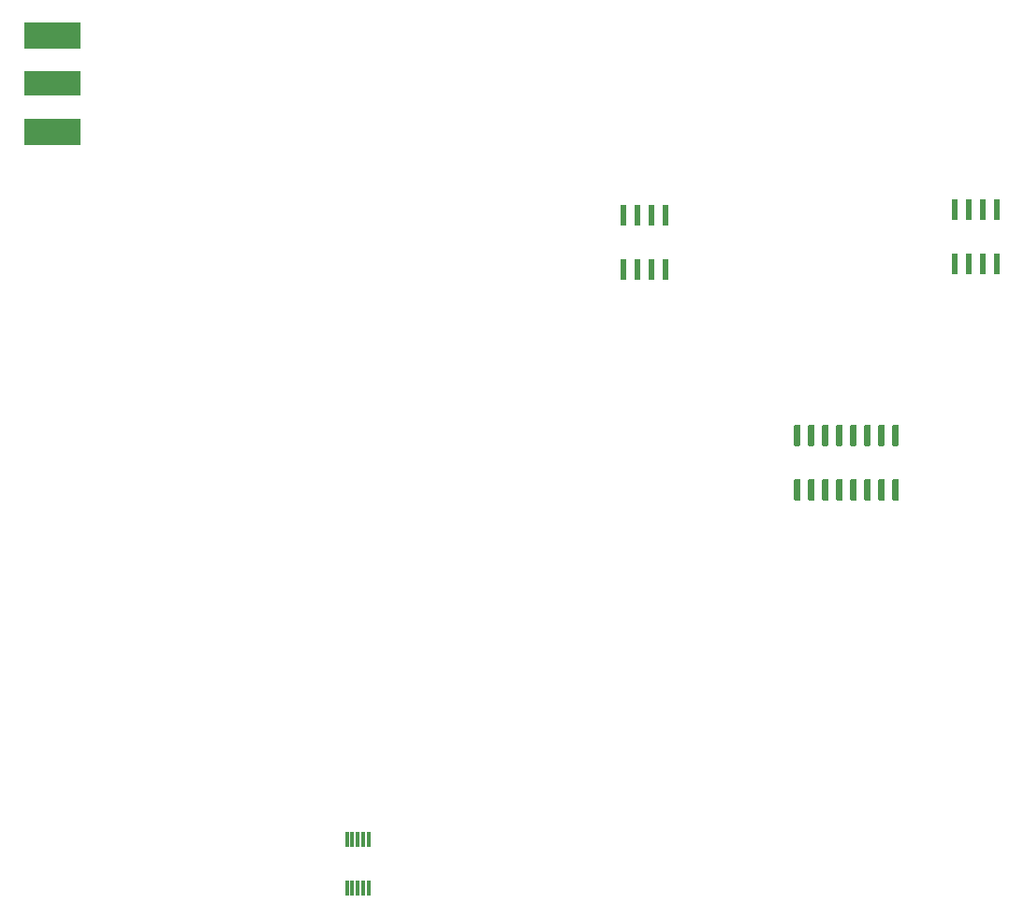
<source format=gbr>
G04 #@! TF.GenerationSoftware,KiCad,Pcbnew,(5.1.5)-3*
G04 #@! TF.CreationDate,2020-04-26T18:25:33-04:00*
G04 #@! TF.ProjectId,Froelich_Reciever,46726f65-6c69-4636-985f-526563696576,rev?*
G04 #@! TF.SameCoordinates,Original*
G04 #@! TF.FileFunction,Paste,Top*
G04 #@! TF.FilePolarity,Positive*
%FSLAX46Y46*%
G04 Gerber Fmt 4.6, Leading zero omitted, Abs format (unit mm)*
G04 Created by KiCad (PCBNEW (5.1.5)-3) date 2020-04-26 18:25:33*
%MOMM*%
%LPD*%
G04 APERTURE LIST*
%ADD10C,0.100000*%
%ADD11R,0.570000X1.970000*%
%ADD12R,5.080000X2.290000*%
%ADD13R,5.080000X2.420000*%
%ADD14R,0.300000X1.400000*%
G04 APERTURE END LIST*
D10*
G36*
X105447703Y-104878722D02*
G01*
X105462264Y-104880882D01*
X105476543Y-104884459D01*
X105490403Y-104889418D01*
X105503710Y-104895712D01*
X105516336Y-104903280D01*
X105528159Y-104912048D01*
X105539066Y-104921934D01*
X105548952Y-104932841D01*
X105557720Y-104944664D01*
X105565288Y-104957290D01*
X105571582Y-104970597D01*
X105576541Y-104984457D01*
X105580118Y-104998736D01*
X105582278Y-105013297D01*
X105583000Y-105028000D01*
X105583000Y-106678000D01*
X105582278Y-106692703D01*
X105580118Y-106707264D01*
X105576541Y-106721543D01*
X105571582Y-106735403D01*
X105565288Y-106748710D01*
X105557720Y-106761336D01*
X105548952Y-106773159D01*
X105539066Y-106784066D01*
X105528159Y-106793952D01*
X105516336Y-106802720D01*
X105503710Y-106810288D01*
X105490403Y-106816582D01*
X105476543Y-106821541D01*
X105462264Y-106825118D01*
X105447703Y-106827278D01*
X105433000Y-106828000D01*
X105133000Y-106828000D01*
X105118297Y-106827278D01*
X105103736Y-106825118D01*
X105089457Y-106821541D01*
X105075597Y-106816582D01*
X105062290Y-106810288D01*
X105049664Y-106802720D01*
X105037841Y-106793952D01*
X105026934Y-106784066D01*
X105017048Y-106773159D01*
X105008280Y-106761336D01*
X105000712Y-106748710D01*
X104994418Y-106735403D01*
X104989459Y-106721543D01*
X104985882Y-106707264D01*
X104983722Y-106692703D01*
X104983000Y-106678000D01*
X104983000Y-105028000D01*
X104983722Y-105013297D01*
X104985882Y-104998736D01*
X104989459Y-104984457D01*
X104994418Y-104970597D01*
X105000712Y-104957290D01*
X105008280Y-104944664D01*
X105017048Y-104932841D01*
X105026934Y-104921934D01*
X105037841Y-104912048D01*
X105049664Y-104903280D01*
X105062290Y-104895712D01*
X105075597Y-104889418D01*
X105089457Y-104884459D01*
X105103736Y-104880882D01*
X105118297Y-104878722D01*
X105133000Y-104878000D01*
X105433000Y-104878000D01*
X105447703Y-104878722D01*
G37*
G36*
X106717703Y-104878722D02*
G01*
X106732264Y-104880882D01*
X106746543Y-104884459D01*
X106760403Y-104889418D01*
X106773710Y-104895712D01*
X106786336Y-104903280D01*
X106798159Y-104912048D01*
X106809066Y-104921934D01*
X106818952Y-104932841D01*
X106827720Y-104944664D01*
X106835288Y-104957290D01*
X106841582Y-104970597D01*
X106846541Y-104984457D01*
X106850118Y-104998736D01*
X106852278Y-105013297D01*
X106853000Y-105028000D01*
X106853000Y-106678000D01*
X106852278Y-106692703D01*
X106850118Y-106707264D01*
X106846541Y-106721543D01*
X106841582Y-106735403D01*
X106835288Y-106748710D01*
X106827720Y-106761336D01*
X106818952Y-106773159D01*
X106809066Y-106784066D01*
X106798159Y-106793952D01*
X106786336Y-106802720D01*
X106773710Y-106810288D01*
X106760403Y-106816582D01*
X106746543Y-106821541D01*
X106732264Y-106825118D01*
X106717703Y-106827278D01*
X106703000Y-106828000D01*
X106403000Y-106828000D01*
X106388297Y-106827278D01*
X106373736Y-106825118D01*
X106359457Y-106821541D01*
X106345597Y-106816582D01*
X106332290Y-106810288D01*
X106319664Y-106802720D01*
X106307841Y-106793952D01*
X106296934Y-106784066D01*
X106287048Y-106773159D01*
X106278280Y-106761336D01*
X106270712Y-106748710D01*
X106264418Y-106735403D01*
X106259459Y-106721543D01*
X106255882Y-106707264D01*
X106253722Y-106692703D01*
X106253000Y-106678000D01*
X106253000Y-105028000D01*
X106253722Y-105013297D01*
X106255882Y-104998736D01*
X106259459Y-104984457D01*
X106264418Y-104970597D01*
X106270712Y-104957290D01*
X106278280Y-104944664D01*
X106287048Y-104932841D01*
X106296934Y-104921934D01*
X106307841Y-104912048D01*
X106319664Y-104903280D01*
X106332290Y-104895712D01*
X106345597Y-104889418D01*
X106359457Y-104884459D01*
X106373736Y-104880882D01*
X106388297Y-104878722D01*
X106403000Y-104878000D01*
X106703000Y-104878000D01*
X106717703Y-104878722D01*
G37*
G36*
X107987703Y-104878722D02*
G01*
X108002264Y-104880882D01*
X108016543Y-104884459D01*
X108030403Y-104889418D01*
X108043710Y-104895712D01*
X108056336Y-104903280D01*
X108068159Y-104912048D01*
X108079066Y-104921934D01*
X108088952Y-104932841D01*
X108097720Y-104944664D01*
X108105288Y-104957290D01*
X108111582Y-104970597D01*
X108116541Y-104984457D01*
X108120118Y-104998736D01*
X108122278Y-105013297D01*
X108123000Y-105028000D01*
X108123000Y-106678000D01*
X108122278Y-106692703D01*
X108120118Y-106707264D01*
X108116541Y-106721543D01*
X108111582Y-106735403D01*
X108105288Y-106748710D01*
X108097720Y-106761336D01*
X108088952Y-106773159D01*
X108079066Y-106784066D01*
X108068159Y-106793952D01*
X108056336Y-106802720D01*
X108043710Y-106810288D01*
X108030403Y-106816582D01*
X108016543Y-106821541D01*
X108002264Y-106825118D01*
X107987703Y-106827278D01*
X107973000Y-106828000D01*
X107673000Y-106828000D01*
X107658297Y-106827278D01*
X107643736Y-106825118D01*
X107629457Y-106821541D01*
X107615597Y-106816582D01*
X107602290Y-106810288D01*
X107589664Y-106802720D01*
X107577841Y-106793952D01*
X107566934Y-106784066D01*
X107557048Y-106773159D01*
X107548280Y-106761336D01*
X107540712Y-106748710D01*
X107534418Y-106735403D01*
X107529459Y-106721543D01*
X107525882Y-106707264D01*
X107523722Y-106692703D01*
X107523000Y-106678000D01*
X107523000Y-105028000D01*
X107523722Y-105013297D01*
X107525882Y-104998736D01*
X107529459Y-104984457D01*
X107534418Y-104970597D01*
X107540712Y-104957290D01*
X107548280Y-104944664D01*
X107557048Y-104932841D01*
X107566934Y-104921934D01*
X107577841Y-104912048D01*
X107589664Y-104903280D01*
X107602290Y-104895712D01*
X107615597Y-104889418D01*
X107629457Y-104884459D01*
X107643736Y-104880882D01*
X107658297Y-104878722D01*
X107673000Y-104878000D01*
X107973000Y-104878000D01*
X107987703Y-104878722D01*
G37*
G36*
X109257703Y-104878722D02*
G01*
X109272264Y-104880882D01*
X109286543Y-104884459D01*
X109300403Y-104889418D01*
X109313710Y-104895712D01*
X109326336Y-104903280D01*
X109338159Y-104912048D01*
X109349066Y-104921934D01*
X109358952Y-104932841D01*
X109367720Y-104944664D01*
X109375288Y-104957290D01*
X109381582Y-104970597D01*
X109386541Y-104984457D01*
X109390118Y-104998736D01*
X109392278Y-105013297D01*
X109393000Y-105028000D01*
X109393000Y-106678000D01*
X109392278Y-106692703D01*
X109390118Y-106707264D01*
X109386541Y-106721543D01*
X109381582Y-106735403D01*
X109375288Y-106748710D01*
X109367720Y-106761336D01*
X109358952Y-106773159D01*
X109349066Y-106784066D01*
X109338159Y-106793952D01*
X109326336Y-106802720D01*
X109313710Y-106810288D01*
X109300403Y-106816582D01*
X109286543Y-106821541D01*
X109272264Y-106825118D01*
X109257703Y-106827278D01*
X109243000Y-106828000D01*
X108943000Y-106828000D01*
X108928297Y-106827278D01*
X108913736Y-106825118D01*
X108899457Y-106821541D01*
X108885597Y-106816582D01*
X108872290Y-106810288D01*
X108859664Y-106802720D01*
X108847841Y-106793952D01*
X108836934Y-106784066D01*
X108827048Y-106773159D01*
X108818280Y-106761336D01*
X108810712Y-106748710D01*
X108804418Y-106735403D01*
X108799459Y-106721543D01*
X108795882Y-106707264D01*
X108793722Y-106692703D01*
X108793000Y-106678000D01*
X108793000Y-105028000D01*
X108793722Y-105013297D01*
X108795882Y-104998736D01*
X108799459Y-104984457D01*
X108804418Y-104970597D01*
X108810712Y-104957290D01*
X108818280Y-104944664D01*
X108827048Y-104932841D01*
X108836934Y-104921934D01*
X108847841Y-104912048D01*
X108859664Y-104903280D01*
X108872290Y-104895712D01*
X108885597Y-104889418D01*
X108899457Y-104884459D01*
X108913736Y-104880882D01*
X108928297Y-104878722D01*
X108943000Y-104878000D01*
X109243000Y-104878000D01*
X109257703Y-104878722D01*
G37*
G36*
X110527703Y-104878722D02*
G01*
X110542264Y-104880882D01*
X110556543Y-104884459D01*
X110570403Y-104889418D01*
X110583710Y-104895712D01*
X110596336Y-104903280D01*
X110608159Y-104912048D01*
X110619066Y-104921934D01*
X110628952Y-104932841D01*
X110637720Y-104944664D01*
X110645288Y-104957290D01*
X110651582Y-104970597D01*
X110656541Y-104984457D01*
X110660118Y-104998736D01*
X110662278Y-105013297D01*
X110663000Y-105028000D01*
X110663000Y-106678000D01*
X110662278Y-106692703D01*
X110660118Y-106707264D01*
X110656541Y-106721543D01*
X110651582Y-106735403D01*
X110645288Y-106748710D01*
X110637720Y-106761336D01*
X110628952Y-106773159D01*
X110619066Y-106784066D01*
X110608159Y-106793952D01*
X110596336Y-106802720D01*
X110583710Y-106810288D01*
X110570403Y-106816582D01*
X110556543Y-106821541D01*
X110542264Y-106825118D01*
X110527703Y-106827278D01*
X110513000Y-106828000D01*
X110213000Y-106828000D01*
X110198297Y-106827278D01*
X110183736Y-106825118D01*
X110169457Y-106821541D01*
X110155597Y-106816582D01*
X110142290Y-106810288D01*
X110129664Y-106802720D01*
X110117841Y-106793952D01*
X110106934Y-106784066D01*
X110097048Y-106773159D01*
X110088280Y-106761336D01*
X110080712Y-106748710D01*
X110074418Y-106735403D01*
X110069459Y-106721543D01*
X110065882Y-106707264D01*
X110063722Y-106692703D01*
X110063000Y-106678000D01*
X110063000Y-105028000D01*
X110063722Y-105013297D01*
X110065882Y-104998736D01*
X110069459Y-104984457D01*
X110074418Y-104970597D01*
X110080712Y-104957290D01*
X110088280Y-104944664D01*
X110097048Y-104932841D01*
X110106934Y-104921934D01*
X110117841Y-104912048D01*
X110129664Y-104903280D01*
X110142290Y-104895712D01*
X110155597Y-104889418D01*
X110169457Y-104884459D01*
X110183736Y-104880882D01*
X110198297Y-104878722D01*
X110213000Y-104878000D01*
X110513000Y-104878000D01*
X110527703Y-104878722D01*
G37*
G36*
X111797703Y-104878722D02*
G01*
X111812264Y-104880882D01*
X111826543Y-104884459D01*
X111840403Y-104889418D01*
X111853710Y-104895712D01*
X111866336Y-104903280D01*
X111878159Y-104912048D01*
X111889066Y-104921934D01*
X111898952Y-104932841D01*
X111907720Y-104944664D01*
X111915288Y-104957290D01*
X111921582Y-104970597D01*
X111926541Y-104984457D01*
X111930118Y-104998736D01*
X111932278Y-105013297D01*
X111933000Y-105028000D01*
X111933000Y-106678000D01*
X111932278Y-106692703D01*
X111930118Y-106707264D01*
X111926541Y-106721543D01*
X111921582Y-106735403D01*
X111915288Y-106748710D01*
X111907720Y-106761336D01*
X111898952Y-106773159D01*
X111889066Y-106784066D01*
X111878159Y-106793952D01*
X111866336Y-106802720D01*
X111853710Y-106810288D01*
X111840403Y-106816582D01*
X111826543Y-106821541D01*
X111812264Y-106825118D01*
X111797703Y-106827278D01*
X111783000Y-106828000D01*
X111483000Y-106828000D01*
X111468297Y-106827278D01*
X111453736Y-106825118D01*
X111439457Y-106821541D01*
X111425597Y-106816582D01*
X111412290Y-106810288D01*
X111399664Y-106802720D01*
X111387841Y-106793952D01*
X111376934Y-106784066D01*
X111367048Y-106773159D01*
X111358280Y-106761336D01*
X111350712Y-106748710D01*
X111344418Y-106735403D01*
X111339459Y-106721543D01*
X111335882Y-106707264D01*
X111333722Y-106692703D01*
X111333000Y-106678000D01*
X111333000Y-105028000D01*
X111333722Y-105013297D01*
X111335882Y-104998736D01*
X111339459Y-104984457D01*
X111344418Y-104970597D01*
X111350712Y-104957290D01*
X111358280Y-104944664D01*
X111367048Y-104932841D01*
X111376934Y-104921934D01*
X111387841Y-104912048D01*
X111399664Y-104903280D01*
X111412290Y-104895712D01*
X111425597Y-104889418D01*
X111439457Y-104884459D01*
X111453736Y-104880882D01*
X111468297Y-104878722D01*
X111483000Y-104878000D01*
X111783000Y-104878000D01*
X111797703Y-104878722D01*
G37*
G36*
X113067703Y-104878722D02*
G01*
X113082264Y-104880882D01*
X113096543Y-104884459D01*
X113110403Y-104889418D01*
X113123710Y-104895712D01*
X113136336Y-104903280D01*
X113148159Y-104912048D01*
X113159066Y-104921934D01*
X113168952Y-104932841D01*
X113177720Y-104944664D01*
X113185288Y-104957290D01*
X113191582Y-104970597D01*
X113196541Y-104984457D01*
X113200118Y-104998736D01*
X113202278Y-105013297D01*
X113203000Y-105028000D01*
X113203000Y-106678000D01*
X113202278Y-106692703D01*
X113200118Y-106707264D01*
X113196541Y-106721543D01*
X113191582Y-106735403D01*
X113185288Y-106748710D01*
X113177720Y-106761336D01*
X113168952Y-106773159D01*
X113159066Y-106784066D01*
X113148159Y-106793952D01*
X113136336Y-106802720D01*
X113123710Y-106810288D01*
X113110403Y-106816582D01*
X113096543Y-106821541D01*
X113082264Y-106825118D01*
X113067703Y-106827278D01*
X113053000Y-106828000D01*
X112753000Y-106828000D01*
X112738297Y-106827278D01*
X112723736Y-106825118D01*
X112709457Y-106821541D01*
X112695597Y-106816582D01*
X112682290Y-106810288D01*
X112669664Y-106802720D01*
X112657841Y-106793952D01*
X112646934Y-106784066D01*
X112637048Y-106773159D01*
X112628280Y-106761336D01*
X112620712Y-106748710D01*
X112614418Y-106735403D01*
X112609459Y-106721543D01*
X112605882Y-106707264D01*
X112603722Y-106692703D01*
X112603000Y-106678000D01*
X112603000Y-105028000D01*
X112603722Y-105013297D01*
X112605882Y-104998736D01*
X112609459Y-104984457D01*
X112614418Y-104970597D01*
X112620712Y-104957290D01*
X112628280Y-104944664D01*
X112637048Y-104932841D01*
X112646934Y-104921934D01*
X112657841Y-104912048D01*
X112669664Y-104903280D01*
X112682290Y-104895712D01*
X112695597Y-104889418D01*
X112709457Y-104884459D01*
X112723736Y-104880882D01*
X112738297Y-104878722D01*
X112753000Y-104878000D01*
X113053000Y-104878000D01*
X113067703Y-104878722D01*
G37*
G36*
X114337703Y-104878722D02*
G01*
X114352264Y-104880882D01*
X114366543Y-104884459D01*
X114380403Y-104889418D01*
X114393710Y-104895712D01*
X114406336Y-104903280D01*
X114418159Y-104912048D01*
X114429066Y-104921934D01*
X114438952Y-104932841D01*
X114447720Y-104944664D01*
X114455288Y-104957290D01*
X114461582Y-104970597D01*
X114466541Y-104984457D01*
X114470118Y-104998736D01*
X114472278Y-105013297D01*
X114473000Y-105028000D01*
X114473000Y-106678000D01*
X114472278Y-106692703D01*
X114470118Y-106707264D01*
X114466541Y-106721543D01*
X114461582Y-106735403D01*
X114455288Y-106748710D01*
X114447720Y-106761336D01*
X114438952Y-106773159D01*
X114429066Y-106784066D01*
X114418159Y-106793952D01*
X114406336Y-106802720D01*
X114393710Y-106810288D01*
X114380403Y-106816582D01*
X114366543Y-106821541D01*
X114352264Y-106825118D01*
X114337703Y-106827278D01*
X114323000Y-106828000D01*
X114023000Y-106828000D01*
X114008297Y-106827278D01*
X113993736Y-106825118D01*
X113979457Y-106821541D01*
X113965597Y-106816582D01*
X113952290Y-106810288D01*
X113939664Y-106802720D01*
X113927841Y-106793952D01*
X113916934Y-106784066D01*
X113907048Y-106773159D01*
X113898280Y-106761336D01*
X113890712Y-106748710D01*
X113884418Y-106735403D01*
X113879459Y-106721543D01*
X113875882Y-106707264D01*
X113873722Y-106692703D01*
X113873000Y-106678000D01*
X113873000Y-105028000D01*
X113873722Y-105013297D01*
X113875882Y-104998736D01*
X113879459Y-104984457D01*
X113884418Y-104970597D01*
X113890712Y-104957290D01*
X113898280Y-104944664D01*
X113907048Y-104932841D01*
X113916934Y-104921934D01*
X113927841Y-104912048D01*
X113939664Y-104903280D01*
X113952290Y-104895712D01*
X113965597Y-104889418D01*
X113979457Y-104884459D01*
X113993736Y-104880882D01*
X114008297Y-104878722D01*
X114023000Y-104878000D01*
X114323000Y-104878000D01*
X114337703Y-104878722D01*
G37*
G36*
X114337703Y-99928722D02*
G01*
X114352264Y-99930882D01*
X114366543Y-99934459D01*
X114380403Y-99939418D01*
X114393710Y-99945712D01*
X114406336Y-99953280D01*
X114418159Y-99962048D01*
X114429066Y-99971934D01*
X114438952Y-99982841D01*
X114447720Y-99994664D01*
X114455288Y-100007290D01*
X114461582Y-100020597D01*
X114466541Y-100034457D01*
X114470118Y-100048736D01*
X114472278Y-100063297D01*
X114473000Y-100078000D01*
X114473000Y-101728000D01*
X114472278Y-101742703D01*
X114470118Y-101757264D01*
X114466541Y-101771543D01*
X114461582Y-101785403D01*
X114455288Y-101798710D01*
X114447720Y-101811336D01*
X114438952Y-101823159D01*
X114429066Y-101834066D01*
X114418159Y-101843952D01*
X114406336Y-101852720D01*
X114393710Y-101860288D01*
X114380403Y-101866582D01*
X114366543Y-101871541D01*
X114352264Y-101875118D01*
X114337703Y-101877278D01*
X114323000Y-101878000D01*
X114023000Y-101878000D01*
X114008297Y-101877278D01*
X113993736Y-101875118D01*
X113979457Y-101871541D01*
X113965597Y-101866582D01*
X113952290Y-101860288D01*
X113939664Y-101852720D01*
X113927841Y-101843952D01*
X113916934Y-101834066D01*
X113907048Y-101823159D01*
X113898280Y-101811336D01*
X113890712Y-101798710D01*
X113884418Y-101785403D01*
X113879459Y-101771543D01*
X113875882Y-101757264D01*
X113873722Y-101742703D01*
X113873000Y-101728000D01*
X113873000Y-100078000D01*
X113873722Y-100063297D01*
X113875882Y-100048736D01*
X113879459Y-100034457D01*
X113884418Y-100020597D01*
X113890712Y-100007290D01*
X113898280Y-99994664D01*
X113907048Y-99982841D01*
X113916934Y-99971934D01*
X113927841Y-99962048D01*
X113939664Y-99953280D01*
X113952290Y-99945712D01*
X113965597Y-99939418D01*
X113979457Y-99934459D01*
X113993736Y-99930882D01*
X114008297Y-99928722D01*
X114023000Y-99928000D01*
X114323000Y-99928000D01*
X114337703Y-99928722D01*
G37*
G36*
X113067703Y-99928722D02*
G01*
X113082264Y-99930882D01*
X113096543Y-99934459D01*
X113110403Y-99939418D01*
X113123710Y-99945712D01*
X113136336Y-99953280D01*
X113148159Y-99962048D01*
X113159066Y-99971934D01*
X113168952Y-99982841D01*
X113177720Y-99994664D01*
X113185288Y-100007290D01*
X113191582Y-100020597D01*
X113196541Y-100034457D01*
X113200118Y-100048736D01*
X113202278Y-100063297D01*
X113203000Y-100078000D01*
X113203000Y-101728000D01*
X113202278Y-101742703D01*
X113200118Y-101757264D01*
X113196541Y-101771543D01*
X113191582Y-101785403D01*
X113185288Y-101798710D01*
X113177720Y-101811336D01*
X113168952Y-101823159D01*
X113159066Y-101834066D01*
X113148159Y-101843952D01*
X113136336Y-101852720D01*
X113123710Y-101860288D01*
X113110403Y-101866582D01*
X113096543Y-101871541D01*
X113082264Y-101875118D01*
X113067703Y-101877278D01*
X113053000Y-101878000D01*
X112753000Y-101878000D01*
X112738297Y-101877278D01*
X112723736Y-101875118D01*
X112709457Y-101871541D01*
X112695597Y-101866582D01*
X112682290Y-101860288D01*
X112669664Y-101852720D01*
X112657841Y-101843952D01*
X112646934Y-101834066D01*
X112637048Y-101823159D01*
X112628280Y-101811336D01*
X112620712Y-101798710D01*
X112614418Y-101785403D01*
X112609459Y-101771543D01*
X112605882Y-101757264D01*
X112603722Y-101742703D01*
X112603000Y-101728000D01*
X112603000Y-100078000D01*
X112603722Y-100063297D01*
X112605882Y-100048736D01*
X112609459Y-100034457D01*
X112614418Y-100020597D01*
X112620712Y-100007290D01*
X112628280Y-99994664D01*
X112637048Y-99982841D01*
X112646934Y-99971934D01*
X112657841Y-99962048D01*
X112669664Y-99953280D01*
X112682290Y-99945712D01*
X112695597Y-99939418D01*
X112709457Y-99934459D01*
X112723736Y-99930882D01*
X112738297Y-99928722D01*
X112753000Y-99928000D01*
X113053000Y-99928000D01*
X113067703Y-99928722D01*
G37*
G36*
X111797703Y-99928722D02*
G01*
X111812264Y-99930882D01*
X111826543Y-99934459D01*
X111840403Y-99939418D01*
X111853710Y-99945712D01*
X111866336Y-99953280D01*
X111878159Y-99962048D01*
X111889066Y-99971934D01*
X111898952Y-99982841D01*
X111907720Y-99994664D01*
X111915288Y-100007290D01*
X111921582Y-100020597D01*
X111926541Y-100034457D01*
X111930118Y-100048736D01*
X111932278Y-100063297D01*
X111933000Y-100078000D01*
X111933000Y-101728000D01*
X111932278Y-101742703D01*
X111930118Y-101757264D01*
X111926541Y-101771543D01*
X111921582Y-101785403D01*
X111915288Y-101798710D01*
X111907720Y-101811336D01*
X111898952Y-101823159D01*
X111889066Y-101834066D01*
X111878159Y-101843952D01*
X111866336Y-101852720D01*
X111853710Y-101860288D01*
X111840403Y-101866582D01*
X111826543Y-101871541D01*
X111812264Y-101875118D01*
X111797703Y-101877278D01*
X111783000Y-101878000D01*
X111483000Y-101878000D01*
X111468297Y-101877278D01*
X111453736Y-101875118D01*
X111439457Y-101871541D01*
X111425597Y-101866582D01*
X111412290Y-101860288D01*
X111399664Y-101852720D01*
X111387841Y-101843952D01*
X111376934Y-101834066D01*
X111367048Y-101823159D01*
X111358280Y-101811336D01*
X111350712Y-101798710D01*
X111344418Y-101785403D01*
X111339459Y-101771543D01*
X111335882Y-101757264D01*
X111333722Y-101742703D01*
X111333000Y-101728000D01*
X111333000Y-100078000D01*
X111333722Y-100063297D01*
X111335882Y-100048736D01*
X111339459Y-100034457D01*
X111344418Y-100020597D01*
X111350712Y-100007290D01*
X111358280Y-99994664D01*
X111367048Y-99982841D01*
X111376934Y-99971934D01*
X111387841Y-99962048D01*
X111399664Y-99953280D01*
X111412290Y-99945712D01*
X111425597Y-99939418D01*
X111439457Y-99934459D01*
X111453736Y-99930882D01*
X111468297Y-99928722D01*
X111483000Y-99928000D01*
X111783000Y-99928000D01*
X111797703Y-99928722D01*
G37*
G36*
X110527703Y-99928722D02*
G01*
X110542264Y-99930882D01*
X110556543Y-99934459D01*
X110570403Y-99939418D01*
X110583710Y-99945712D01*
X110596336Y-99953280D01*
X110608159Y-99962048D01*
X110619066Y-99971934D01*
X110628952Y-99982841D01*
X110637720Y-99994664D01*
X110645288Y-100007290D01*
X110651582Y-100020597D01*
X110656541Y-100034457D01*
X110660118Y-100048736D01*
X110662278Y-100063297D01*
X110663000Y-100078000D01*
X110663000Y-101728000D01*
X110662278Y-101742703D01*
X110660118Y-101757264D01*
X110656541Y-101771543D01*
X110651582Y-101785403D01*
X110645288Y-101798710D01*
X110637720Y-101811336D01*
X110628952Y-101823159D01*
X110619066Y-101834066D01*
X110608159Y-101843952D01*
X110596336Y-101852720D01*
X110583710Y-101860288D01*
X110570403Y-101866582D01*
X110556543Y-101871541D01*
X110542264Y-101875118D01*
X110527703Y-101877278D01*
X110513000Y-101878000D01*
X110213000Y-101878000D01*
X110198297Y-101877278D01*
X110183736Y-101875118D01*
X110169457Y-101871541D01*
X110155597Y-101866582D01*
X110142290Y-101860288D01*
X110129664Y-101852720D01*
X110117841Y-101843952D01*
X110106934Y-101834066D01*
X110097048Y-101823159D01*
X110088280Y-101811336D01*
X110080712Y-101798710D01*
X110074418Y-101785403D01*
X110069459Y-101771543D01*
X110065882Y-101757264D01*
X110063722Y-101742703D01*
X110063000Y-101728000D01*
X110063000Y-100078000D01*
X110063722Y-100063297D01*
X110065882Y-100048736D01*
X110069459Y-100034457D01*
X110074418Y-100020597D01*
X110080712Y-100007290D01*
X110088280Y-99994664D01*
X110097048Y-99982841D01*
X110106934Y-99971934D01*
X110117841Y-99962048D01*
X110129664Y-99953280D01*
X110142290Y-99945712D01*
X110155597Y-99939418D01*
X110169457Y-99934459D01*
X110183736Y-99930882D01*
X110198297Y-99928722D01*
X110213000Y-99928000D01*
X110513000Y-99928000D01*
X110527703Y-99928722D01*
G37*
G36*
X109257703Y-99928722D02*
G01*
X109272264Y-99930882D01*
X109286543Y-99934459D01*
X109300403Y-99939418D01*
X109313710Y-99945712D01*
X109326336Y-99953280D01*
X109338159Y-99962048D01*
X109349066Y-99971934D01*
X109358952Y-99982841D01*
X109367720Y-99994664D01*
X109375288Y-100007290D01*
X109381582Y-100020597D01*
X109386541Y-100034457D01*
X109390118Y-100048736D01*
X109392278Y-100063297D01*
X109393000Y-100078000D01*
X109393000Y-101728000D01*
X109392278Y-101742703D01*
X109390118Y-101757264D01*
X109386541Y-101771543D01*
X109381582Y-101785403D01*
X109375288Y-101798710D01*
X109367720Y-101811336D01*
X109358952Y-101823159D01*
X109349066Y-101834066D01*
X109338159Y-101843952D01*
X109326336Y-101852720D01*
X109313710Y-101860288D01*
X109300403Y-101866582D01*
X109286543Y-101871541D01*
X109272264Y-101875118D01*
X109257703Y-101877278D01*
X109243000Y-101878000D01*
X108943000Y-101878000D01*
X108928297Y-101877278D01*
X108913736Y-101875118D01*
X108899457Y-101871541D01*
X108885597Y-101866582D01*
X108872290Y-101860288D01*
X108859664Y-101852720D01*
X108847841Y-101843952D01*
X108836934Y-101834066D01*
X108827048Y-101823159D01*
X108818280Y-101811336D01*
X108810712Y-101798710D01*
X108804418Y-101785403D01*
X108799459Y-101771543D01*
X108795882Y-101757264D01*
X108793722Y-101742703D01*
X108793000Y-101728000D01*
X108793000Y-100078000D01*
X108793722Y-100063297D01*
X108795882Y-100048736D01*
X108799459Y-100034457D01*
X108804418Y-100020597D01*
X108810712Y-100007290D01*
X108818280Y-99994664D01*
X108827048Y-99982841D01*
X108836934Y-99971934D01*
X108847841Y-99962048D01*
X108859664Y-99953280D01*
X108872290Y-99945712D01*
X108885597Y-99939418D01*
X108899457Y-99934459D01*
X108913736Y-99930882D01*
X108928297Y-99928722D01*
X108943000Y-99928000D01*
X109243000Y-99928000D01*
X109257703Y-99928722D01*
G37*
G36*
X107987703Y-99928722D02*
G01*
X108002264Y-99930882D01*
X108016543Y-99934459D01*
X108030403Y-99939418D01*
X108043710Y-99945712D01*
X108056336Y-99953280D01*
X108068159Y-99962048D01*
X108079066Y-99971934D01*
X108088952Y-99982841D01*
X108097720Y-99994664D01*
X108105288Y-100007290D01*
X108111582Y-100020597D01*
X108116541Y-100034457D01*
X108120118Y-100048736D01*
X108122278Y-100063297D01*
X108123000Y-100078000D01*
X108123000Y-101728000D01*
X108122278Y-101742703D01*
X108120118Y-101757264D01*
X108116541Y-101771543D01*
X108111582Y-101785403D01*
X108105288Y-101798710D01*
X108097720Y-101811336D01*
X108088952Y-101823159D01*
X108079066Y-101834066D01*
X108068159Y-101843952D01*
X108056336Y-101852720D01*
X108043710Y-101860288D01*
X108030403Y-101866582D01*
X108016543Y-101871541D01*
X108002264Y-101875118D01*
X107987703Y-101877278D01*
X107973000Y-101878000D01*
X107673000Y-101878000D01*
X107658297Y-101877278D01*
X107643736Y-101875118D01*
X107629457Y-101871541D01*
X107615597Y-101866582D01*
X107602290Y-101860288D01*
X107589664Y-101852720D01*
X107577841Y-101843952D01*
X107566934Y-101834066D01*
X107557048Y-101823159D01*
X107548280Y-101811336D01*
X107540712Y-101798710D01*
X107534418Y-101785403D01*
X107529459Y-101771543D01*
X107525882Y-101757264D01*
X107523722Y-101742703D01*
X107523000Y-101728000D01*
X107523000Y-100078000D01*
X107523722Y-100063297D01*
X107525882Y-100048736D01*
X107529459Y-100034457D01*
X107534418Y-100020597D01*
X107540712Y-100007290D01*
X107548280Y-99994664D01*
X107557048Y-99982841D01*
X107566934Y-99971934D01*
X107577841Y-99962048D01*
X107589664Y-99953280D01*
X107602290Y-99945712D01*
X107615597Y-99939418D01*
X107629457Y-99934459D01*
X107643736Y-99930882D01*
X107658297Y-99928722D01*
X107673000Y-99928000D01*
X107973000Y-99928000D01*
X107987703Y-99928722D01*
G37*
G36*
X106717703Y-99928722D02*
G01*
X106732264Y-99930882D01*
X106746543Y-99934459D01*
X106760403Y-99939418D01*
X106773710Y-99945712D01*
X106786336Y-99953280D01*
X106798159Y-99962048D01*
X106809066Y-99971934D01*
X106818952Y-99982841D01*
X106827720Y-99994664D01*
X106835288Y-100007290D01*
X106841582Y-100020597D01*
X106846541Y-100034457D01*
X106850118Y-100048736D01*
X106852278Y-100063297D01*
X106853000Y-100078000D01*
X106853000Y-101728000D01*
X106852278Y-101742703D01*
X106850118Y-101757264D01*
X106846541Y-101771543D01*
X106841582Y-101785403D01*
X106835288Y-101798710D01*
X106827720Y-101811336D01*
X106818952Y-101823159D01*
X106809066Y-101834066D01*
X106798159Y-101843952D01*
X106786336Y-101852720D01*
X106773710Y-101860288D01*
X106760403Y-101866582D01*
X106746543Y-101871541D01*
X106732264Y-101875118D01*
X106717703Y-101877278D01*
X106703000Y-101878000D01*
X106403000Y-101878000D01*
X106388297Y-101877278D01*
X106373736Y-101875118D01*
X106359457Y-101871541D01*
X106345597Y-101866582D01*
X106332290Y-101860288D01*
X106319664Y-101852720D01*
X106307841Y-101843952D01*
X106296934Y-101834066D01*
X106287048Y-101823159D01*
X106278280Y-101811336D01*
X106270712Y-101798710D01*
X106264418Y-101785403D01*
X106259459Y-101771543D01*
X106255882Y-101757264D01*
X106253722Y-101742703D01*
X106253000Y-101728000D01*
X106253000Y-100078000D01*
X106253722Y-100063297D01*
X106255882Y-100048736D01*
X106259459Y-100034457D01*
X106264418Y-100020597D01*
X106270712Y-100007290D01*
X106278280Y-99994664D01*
X106287048Y-99982841D01*
X106296934Y-99971934D01*
X106307841Y-99962048D01*
X106319664Y-99953280D01*
X106332290Y-99945712D01*
X106345597Y-99939418D01*
X106359457Y-99934459D01*
X106373736Y-99930882D01*
X106388297Y-99928722D01*
X106403000Y-99928000D01*
X106703000Y-99928000D01*
X106717703Y-99928722D01*
G37*
G36*
X105447703Y-99928722D02*
G01*
X105462264Y-99930882D01*
X105476543Y-99934459D01*
X105490403Y-99939418D01*
X105503710Y-99945712D01*
X105516336Y-99953280D01*
X105528159Y-99962048D01*
X105539066Y-99971934D01*
X105548952Y-99982841D01*
X105557720Y-99994664D01*
X105565288Y-100007290D01*
X105571582Y-100020597D01*
X105576541Y-100034457D01*
X105580118Y-100048736D01*
X105582278Y-100063297D01*
X105583000Y-100078000D01*
X105583000Y-101728000D01*
X105582278Y-101742703D01*
X105580118Y-101757264D01*
X105576541Y-101771543D01*
X105571582Y-101785403D01*
X105565288Y-101798710D01*
X105557720Y-101811336D01*
X105548952Y-101823159D01*
X105539066Y-101834066D01*
X105528159Y-101843952D01*
X105516336Y-101852720D01*
X105503710Y-101860288D01*
X105490403Y-101866582D01*
X105476543Y-101871541D01*
X105462264Y-101875118D01*
X105447703Y-101877278D01*
X105433000Y-101878000D01*
X105133000Y-101878000D01*
X105118297Y-101877278D01*
X105103736Y-101875118D01*
X105089457Y-101871541D01*
X105075597Y-101866582D01*
X105062290Y-101860288D01*
X105049664Y-101852720D01*
X105037841Y-101843952D01*
X105026934Y-101834066D01*
X105017048Y-101823159D01*
X105008280Y-101811336D01*
X105000712Y-101798710D01*
X104994418Y-101785403D01*
X104989459Y-101771543D01*
X104985882Y-101757264D01*
X104983722Y-101742703D01*
X104983000Y-101728000D01*
X104983000Y-100078000D01*
X104983722Y-100063297D01*
X104985882Y-100048736D01*
X104989459Y-100034457D01*
X104994418Y-100020597D01*
X105000712Y-100007290D01*
X105008280Y-99994664D01*
X105017048Y-99982841D01*
X105026934Y-99971934D01*
X105037841Y-99962048D01*
X105049664Y-99953280D01*
X105062290Y-99945712D01*
X105075597Y-99939418D01*
X105089457Y-99934459D01*
X105103736Y-99930882D01*
X105118297Y-99928722D01*
X105133000Y-99928000D01*
X105433000Y-99928000D01*
X105447703Y-99928722D01*
G37*
D11*
X123317000Y-85406000D03*
X122047000Y-85406000D03*
X120777000Y-85406000D03*
X119507000Y-85406000D03*
X119507000Y-80456000D03*
X120777000Y-80456000D03*
X122047000Y-80456000D03*
X123317000Y-80456000D03*
X93345000Y-80964000D03*
X92075000Y-80964000D03*
X90805000Y-80964000D03*
X89535000Y-80964000D03*
X89535000Y-85914000D03*
X90805000Y-85914000D03*
X92075000Y-85914000D03*
X93345000Y-85914000D03*
D12*
X37904000Y-69088000D03*
D13*
X37904000Y-64708000D03*
X37904000Y-73468000D03*
D14*
X66532000Y-137500000D03*
X66032000Y-137500000D03*
X65532000Y-137500000D03*
X65032000Y-137500000D03*
X64532000Y-137500000D03*
X64532000Y-141900000D03*
X65032000Y-141900000D03*
X65532000Y-141900000D03*
X66032000Y-141900000D03*
X66532000Y-141900000D03*
M02*

</source>
